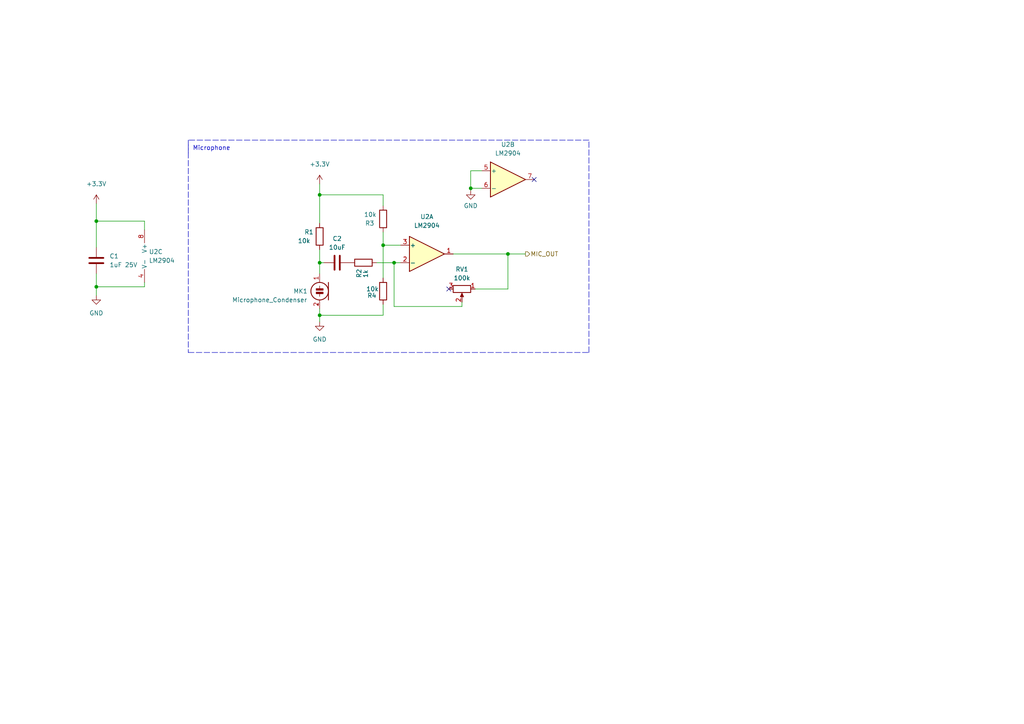
<source format=kicad_sch>
(kicad_sch (version 20211123) (generator eeschema)
  (paper "A4")
  (lib_symbols
    (symbol "Amplifier_Operational:LM2904" (pin_names (offset 0.127))
      (property "Reference" "U" (at 0 5.08 0))
      (property "Value" "LM2904" (at 0 -5.08 0))
      (symbol "LM2904_1_1"
        (polyline (pts (xy -5.08 5.08) (xy 5.08 0) (xy -5.08 -5.08) (xy -5.08 5.08)) (stroke (width 0.254)) (fill (type background)))
        (pin output line (at 7.62 0 180) (length 2.54) (name "~") (number "1"))
        (pin input line (at -7.62 -2.54 0) (length 2.54) (name "-") (number "2"))
        (pin input line (at -7.62 2.54 0) (length 2.54) (name "+") (number "3"))
      )
      (symbol "LM2904_2_1"
        (polyline (pts (xy -5.08 5.08) (xy 5.08 0) (xy -5.08 -5.08) (xy -5.08 5.08)) (stroke (width 0.254)) (fill (type background)))
        (pin input line (at -7.62 2.54 0) (length 2.54) (name "+") (number "5"))
        (pin input line (at -7.62 -2.54 0) (length 2.54) (name "-") (number "6"))
        (pin output line (at 7.62 0 180) (length 2.54) (name "~") (number "7"))
      )
      (symbol "LM2904_3_1"
        (pin power_in line (at -2.54 -7.62 90) (length 3.81) (name "V-") (number "4"))
        (pin power_in line (at -2.54 7.62 270) (length 3.81) (name "V+") (number "8"))
      )
    )
    (symbol "Device:C" (pin_numbers hide) (pin_names (offset 0.254))
      (property "Reference" "C" (at 0.635 2.54 0))
      (property "Value" "C" (at 0.635 -2.54 0))
      (symbol "C_0_1"
        (polyline (pts (xy -2.032 -0.762) (xy 2.032 -0.762)) (stroke (width 0.508)))
        (polyline (pts (xy -2.032 0.762) (xy 2.032 0.762)) (stroke (width 0.508)))
      )
      (symbol "C_1_1"
        (pin passive line (at 0 3.81 270) (length 2.794) (name "~") (number "1"))
        (pin passive line (at 0 -3.81 90) (length 2.794) (name "~") (number "2"))
      )
    )
    (symbol "Device:Microphone_Condenser" (pin_names (offset 0.0254) hide)
      (property "Reference" "MK" (at -3.302 1.27 0))
      (property "Value" "Microphone_Condenser" (at -3.302 -0.635 0))
      (symbol "Microphone_Condenser_0_1"
        (polyline (pts (xy -2.54 2.54) (xy -2.54 -2.54)) (stroke (width 0.254)))
        (polyline (pts (xy 0 -0.762) (xy 0 -1.524)))
        (polyline (pts (xy 0 0.762) (xy 0 1.524)))
        (polyline (pts (xy 0.254 3.81) (xy 0.762 3.81)))
        (polyline (pts (xy 0.508 4.064) (xy 0.508 3.556)))
        (circle (center 0 0) (radius 2.54) (stroke (width 0.254)))
        (rectangle (start 1.016 -0.254) (end -1.016 -0.762) (fill (type outline)))
        (rectangle (start 1.016 0.762) (end -1.016 0.254) (fill (type outline)))
      )
      (symbol "Microphone_Condenser_1_1"
        (pin passive line (at 0 -5.08 90) (length 2.54) (name "-") (number "1"))
        (pin passive line (at 0 5.08 270) (length 2.54) (name "+") (number "2"))
      )
    )
    (symbol "Device:R" (pin_numbers hide) (pin_names (offset 0))
      (property "Reference" "R" (at 2.032 0 90))
      (property "Value" "R" (at 0 0 90))
      (symbol "R_0_1"
        (rectangle (start -1.016 -2.54) (end 1.016 2.54) (stroke (width 0.254)))
      )
      (symbol "R_1_1"
        (pin passive line (at 0 3.81 270) (length 1.27) (name "~") (number "1"))
        (pin passive line (at 0 -3.81 90) (length 1.27) (name "~") (number "2"))
      )
    )
    (symbol "Device:R_Potentiometer" (pin_names (offset 1.016) hide)
      (property "Reference" "RV" (at -4.445 0 90))
      (property "Value" "R_Potentiometer" (at -2.54 0 90))
      (symbol "R_Potentiometer_0_1"
        (polyline (pts (xy 2.54 0) (xy 1.524 0)))
        (polyline (pts (xy 1.143 0) (xy 2.286 0.508) (xy 2.286 -0.508) (xy 1.143 0)) (fill (type outline)))
        (rectangle (start 1.016 2.54) (end -1.016 -2.54) (stroke (width 0.254)))
      )
      (symbol "R_Potentiometer_1_1"
        (pin passive line (at 0 3.81 270) (length 1.27) (name "1") (number "1"))
        (pin passive line (at 3.81 0 180) (length 1.27) (name "2") (number "2"))
        (pin passive line (at 0 -3.81 90) (length 1.27) (name "3") (number "3"))
      )
    )
    (symbol "power:+3.3V" (power) (pin_names (offset 0))
      (property "Value" "+3.3V" (at 0 3.556 0))
      (symbol "+3.3V_0_1"
        (polyline (pts (xy -0.762 1.27) (xy 0 2.54)))
        (polyline (pts (xy 0 0) (xy 0 2.54)))
        (polyline (pts (xy 0 2.54) (xy 0.762 1.27)))
      )
      (symbol "+3.3V_1_1"
        (pin power_in line (at 0 0 90) (length 0) hide (name "+3.3V") (number "1"))
      )
    )
    (symbol "power:GND" (power) (pin_names (offset 0))
      (property "Value" "GND" (at 0 -3.81 0))
      (symbol "GND_0_1"
        (polyline (pts (xy 0 0) (xy 0 -1.27) (xy 1.27 -1.27) (xy 0 -2.54) (xy -1.27 -1.27) (xy 0 -1.27)))
      )
      (symbol "GND_1_1"
        (pin power_in line (at 0 0 270) (length 0) hide (name "GND") (number "1"))
      )
    )
  )
  (junction (at 27.94 64.135))
  (junction (at 111.125 71.12))
  (junction (at 27.94 83.185))
  (junction (at 92.71 91.44))
  (junction (at 114.3 76.2))
  (junction (at 92.71 76.2))
  (junction (at 92.71 56.515))
  (junction (at 136.525 54.61))
  (junction (at 147.32 73.66))
  (no_connect (at 130.175 83.82))
  (no_connect (at 154.94 52.07))
  (wire (pts (xy 137.795 83.82) (xy 147.32 83.82)))
  (wire (pts (xy 139.7 49.53) (xy 136.525 49.53)))
  (wire (pts (xy 114.3 76.2) (xy 116.205 76.2)))
  (polyline (pts (xy 54.61 41.91) (xy 54.61 102.235)))
  (wire (pts (xy 136.525 49.53) (xy 136.525 54.61)))
  (wire (pts (xy 92.71 56.515) (xy 92.71 64.77)))
  (wire (pts (xy 111.125 67.31) (xy 111.125 71.12)))
  (polyline (pts (xy 54.61 40.64) (xy 54.61 44.45)))
  (wire (pts (xy 92.71 89.535) (xy 92.71 91.44)))
  (wire (pts (xy 136.525 54.61) (xy 136.525 55.245)))
  (wire (pts (xy 27.94 83.185) (xy 27.94 85.725)))
  (wire (pts (xy 111.125 71.12) (xy 111.125 80.645)))
  (polyline (pts (xy 170.815 102.235) (xy 170.815 40.64)))
  (wire (pts (xy 41.91 66.675) (xy 41.91 64.135)))
  (wire (pts (xy 147.32 83.82) (xy 147.32 73.66)))
  (wire (pts (xy 27.94 64.135) (xy 27.94 71.755)))
  (wire (pts (xy 133.985 88.9) (xy 114.3 88.9)))
  (wire (pts (xy 92.71 76.2) (xy 92.71 79.375)))
  (wire (pts (xy 109.22 76.2) (xy 114.3 76.2)))
  (wire (pts (xy 92.71 91.44) (xy 92.71 93.345)))
  (wire (pts (xy 92.71 72.39) (xy 92.71 76.2)))
  (wire (pts (xy 136.525 54.61) (xy 139.7 54.61)))
  (wire (pts (xy 92.71 76.2) (xy 93.98 76.2)))
  (polyline (pts (xy 54.61 102.235) (xy 170.815 102.235)))
  (wire (pts (xy 147.32 73.66) (xy 152.4 73.66)))
  (wire (pts (xy 111.125 56.515) (xy 111.125 59.69)))
  (wire (pts (xy 41.91 83.185) (xy 27.94 83.185)))
  (wire (pts (xy 131.445 73.66) (xy 147.32 73.66)))
  (wire (pts (xy 41.91 81.915) (xy 41.91 83.185)))
  (wire (pts (xy 114.3 76.2) (xy 114.3 88.9)))
  (wire (pts (xy 27.94 64.135) (xy 41.91 64.135)))
  (wire (pts (xy 133.985 87.63) (xy 133.985 88.9)))
  (wire (pts (xy 92.71 91.44) (xy 111.125 91.44)))
  (wire (pts (xy 111.125 88.265) (xy 111.125 91.44)))
  (polyline (pts (xy 170.815 40.64) (xy 54.61 40.64)))
  (wire (pts (xy 111.125 71.12) (xy 116.205 71.12)))
  (wire (pts (xy 92.71 53.34) (xy 92.71 56.515)))
  (wire (pts (xy 27.94 59.055) (xy 27.94 64.135)))
  (wire (pts (xy 92.71 56.515) (xy 111.125 56.515)))
  (wire (pts (xy 27.94 79.375) (xy 27.94 83.185)))
  (text "Microphone\n" (at 55.88 43.815 0) (effects (font (size 1.27 1.27)) (justify left bottom)))
  (hierarchical_label "MIC_OUT" (shape output) (at 152.4 73.66 0))
  (symbol (lib_id "power:GND") (at 27.94 85.725 0) (unit 1)
    (property "Reference" "#PWR0112" (effects hide))
    (property "Value" "GND" (at 27.94 90.805 0))
  )
  (symbol (lib_id "Device:R") (at 111.125 63.5 180) (unit 1)
    (property "Reference" "R3" (at 108.585 64.77 0) (effects (justify left)))
    (property "Value" "10k" (at 109.22 62.23 0) (effects (justify left)))
    (property "Footprint" "Resistor_SMD:R_0805_2012Metric_Pad1.20x1.40mm_HandSolder" (effects hide))
  )
  (symbol (lib_id "power:GND") (at 92.71 93.345 0) (unit 1)
    (property "Reference" "#PWR0111" (effects hide))
    (property "Value" "GND" (at 92.71 98.425 0))
  )
  (symbol (lib_id "Amplifier_Operational:LM2904") (at 147.32 52.07 0) (unit 2)
    (property "Reference" "U2" (at 147.32 41.91 0))
    (property "Value" "LM2904" (at 147.32 44.45 0))
    (property "Footprint" "Package_SO:SO-8_3.9x4.9mm_P1.27mm" (effects hide))
    (property "Datasheet" "http://www.ti.com/lit/ds/symlink/lm358.pdf" (effects hide))
  )
  (symbol (lib_id "Device:Microphone_Condenser") (at 92.71 84.455 180) (unit 1)
    (property "Reference" "MK1" (at 85.09 84.455 0) (effects (justify right)))
    (property "Value" "Microphone_Condenser" (at 67.31 86.995 0) (effects (justify right)))
    (property "Footprint" "Microphone:6mm-Microphone" (effects hide))
    (property "Datasheet" "https://cdn-reichelt.de/documents/datenblatt/I210/EKULIT-200033.pdf" (effects hide))
  )
  (symbol (lib_id "Device:R") (at 105.41 76.2 90) (unit 1)
    (property "Reference" "R2" (at 104.14 80.645 0) (effects (justify left)))
    (property "Value" "1k" (at 106.045 80.645 0) (effects (justify left)))
    (property "Footprint" "Resistor_SMD:R_0805_2012Metric_Pad1.20x1.40mm_HandSolder" (effects hide))
  )
  (symbol (lib_id "power:+3.3V") (at 92.71 53.34 0) (unit 1)
    (property "Reference" "#PWR0106" (effects hide))
    (property "Value" "+3.3V" (at 92.71 47.625 0))
  )
  (symbol (lib_id "Device:C") (at 27.94 75.565 0) (unit 1)
    (property "Reference" "C1" (at 31.75 74.2949 0) (effects (justify left)))
    (property "Value" "1uF 25V" (at 31.75 76.8349 0) (effects (justify left)))
    (property "Footprint" "Capacitor_SMD:C_0805_2012Metric_Pad1.18x1.45mm_HandSolder" (effects hide))
  )
  (symbol (lib_id "Amplifier_Operational:LM2904") (at 123.825 73.66 0) (unit 1)
    (property "Reference" "U2" (at 123.825 62.865 0))
    (property "Value" "LM2904" (at 123.825 65.405 0))
    (property "Footprint" "Package_SO:SO-8_3.9x4.9mm_P1.27mm" (effects hide))
    (property "Datasheet" "http://www.ti.com/lit/ds/symlink/lm358.pdf" (effects hide))
  )
  (symbol (lib_id "power:+3.3V") (at 27.94 59.055 0) (unit 1)
    (property "Reference" "#PWR0107" (effects hide))
    (property "Value" "+3.3V" (at 27.94 53.34 0))
  )
  (symbol (lib_id "power:GND") (at 136.525 55.245 0) (unit 1)
    (property "Reference" "#PWR0113" (effects hide))
    (property "Value" "GND" (at 136.525 59.69 0))
  )
  (symbol (lib_id "Device:C") (at 97.79 76.2 90) (unit 1)
    (property "Reference" "C2" (at 97.79 69.215 90))
    (property "Value" "10uF" (at 97.79 71.755 90))
    (property "Footprint" "Capacitor_SMD:C_0805_2012Metric_Pad1.18x1.45mm_HandSolder" (effects hide))
  )
  (symbol (lib_id "Device:R") (at 92.71 68.58 0) (unit 1)
    (property "Reference" "R1" (at 88.265 67.31 0) (effects (justify left)))
    (property "Value" "10k" (at 86.36 69.85 0) (effects (justify left)))
    (property "Footprint" "Resistor_SMD:R_0805_2012Metric_Pad1.20x1.40mm_HandSolder" (effects hide))
  )
  (symbol (lib_id "Amplifier_Operational:LM2904") (at 44.45 74.295 0) (unit 3)
    (property "Reference" "U2" (at 43.18 73.0249 0) (effects (justify left)))
    (property "Value" "LM2904" (at 43.18 75.565 0) (effects (justify left)))
    (property "Footprint" "Package_SO:SO-8_3.9x4.9mm_P1.27mm" (effects hide))
    (property "Datasheet" "http://www.ti.com/lit/ds/symlink/lm358.pdf" (effects hide))
  )
  (symbol (lib_id "Device:R") (at 111.125 84.455 180) (unit 1)
    (property "Reference" "R4" (at 109.22 85.725 0) (effects (justify left)))
    (property "Value" "10k" (at 109.855 83.82 0) (effects (justify left)))
    (property "Footprint" "Resistor_SMD:R_0805_2012Metric_Pad1.20x1.40mm_HandSolder" (effects hide))
  )
  (symbol (lib_id "Device:R_Potentiometer") (at 133.985 83.82 270) (unit 1)
    (property "Reference" "RV1" (at 133.985 78.105 90))
    (property "Value" "100k" (at 133.985 80.645 90))
    (property "Footprint" "Potentiometer_THT:Potentiometer_Piher_PT-10-V05_Vertical" (effects hide))
  )
)
</source>
